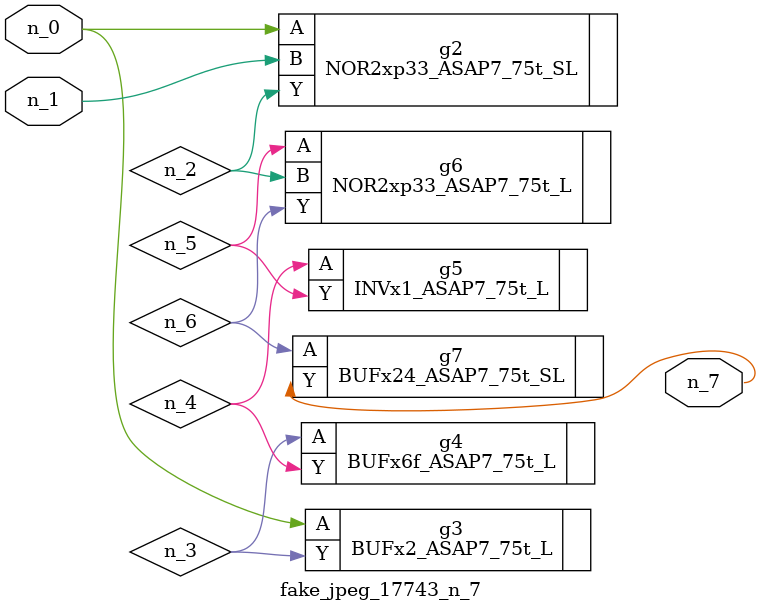
<source format=v>
module fake_jpeg_17743_n_7 (n_0, n_1, n_7);

input n_0;
input n_1;

output n_7;

wire n_3;
wire n_2;
wire n_4;
wire n_6;
wire n_5;

NOR2xp33_ASAP7_75t_SL g2 ( 
.A(n_0),
.B(n_1),
.Y(n_2)
);

BUFx2_ASAP7_75t_L g3 ( 
.A(n_0),
.Y(n_3)
);

BUFx6f_ASAP7_75t_L g4 ( 
.A(n_3),
.Y(n_4)
);

INVx1_ASAP7_75t_L g5 ( 
.A(n_4),
.Y(n_5)
);

NOR2xp33_ASAP7_75t_L g6 ( 
.A(n_5),
.B(n_2),
.Y(n_6)
);

BUFx24_ASAP7_75t_SL g7 ( 
.A(n_6),
.Y(n_7)
);


endmodule
</source>
